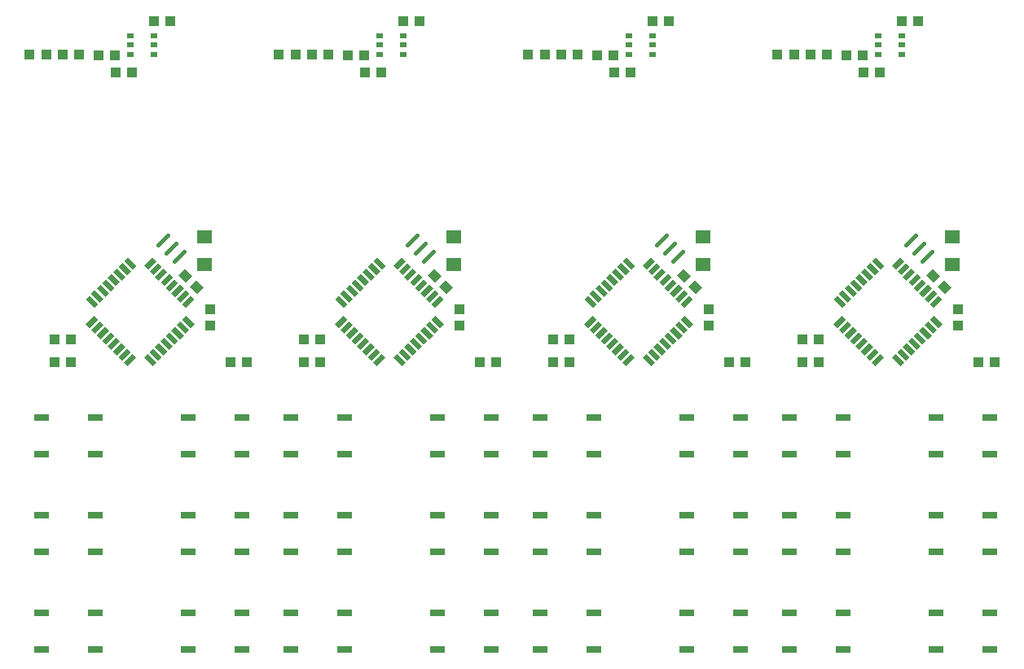
<source format=gtp>
G04 EAGLE Gerber RS-274X export*
G75*
%MOMM*%
%FSLAX34Y34*%
%LPD*%
%INSolderpaste Top*%
%IPPOS*%
%AMOC8*
5,1,8,0,0,1.08239X$1,22.5*%
G01*
%ADD10R,1.100000X1.000000*%
%ADD11C,0.450000*%
%ADD12R,1.270000X0.558800*%
%ADD13R,0.558800X1.270000*%
%ADD14R,1.600000X1.400000*%
%ADD15R,1.524000X0.762000*%
%ADD16R,1.000000X1.100000*%
%ADD17R,0.800000X0.550000*%


D10*
X98619Y637286D03*
X81619Y637286D03*
X35950Y317500D03*
X52950Y317500D03*
G36*
X183457Y403478D02*
X191234Y395701D01*
X184163Y388630D01*
X176386Y396407D01*
X183457Y403478D01*
G37*
G36*
X171437Y415498D02*
X179214Y407721D01*
X172143Y400650D01*
X164366Y408427D01*
X171437Y415498D01*
G37*
X27194Y637515D03*
X10194Y637515D03*
D11*
X153859Y449850D02*
X143571Y439562D01*
X152056Y431077D02*
X162344Y441365D01*
X170830Y432880D02*
X160542Y422592D01*
D10*
X52950Y341630D03*
X35950Y341630D03*
D12*
G36*
X168673Y378354D02*
X177652Y387333D01*
X181603Y383382D01*
X172624Y374403D01*
X168673Y378354D01*
G37*
G36*
X163016Y384011D02*
X171995Y392990D01*
X175946Y389039D01*
X166967Y380060D01*
X163016Y384011D01*
G37*
G36*
X157360Y389668D02*
X166339Y398647D01*
X170290Y394696D01*
X161311Y385717D01*
X157360Y389668D01*
G37*
G36*
X151703Y395325D02*
X160682Y404304D01*
X164633Y400353D01*
X155654Y391374D01*
X151703Y395325D01*
G37*
G36*
X146046Y400982D02*
X155025Y409961D01*
X158976Y406010D01*
X149997Y397031D01*
X146046Y400982D01*
G37*
G36*
X140389Y406638D02*
X149368Y415617D01*
X153319Y411666D01*
X144340Y402687D01*
X140389Y406638D01*
G37*
G36*
X134732Y412295D02*
X143711Y421274D01*
X147662Y417323D01*
X138683Y408344D01*
X134732Y412295D01*
G37*
G36*
X129075Y417952D02*
X138054Y426931D01*
X142005Y422980D01*
X133026Y414001D01*
X129075Y417952D01*
G37*
D13*
G36*
X107967Y422980D02*
X111918Y426931D01*
X120897Y417952D01*
X116946Y414001D01*
X107967Y422980D01*
G37*
G36*
X102310Y417323D02*
X106261Y421274D01*
X115240Y412295D01*
X111289Y408344D01*
X102310Y417323D01*
G37*
G36*
X96653Y411666D02*
X100604Y415617D01*
X109583Y406638D01*
X105632Y402687D01*
X96653Y411666D01*
G37*
G36*
X90996Y406010D02*
X94947Y409961D01*
X103926Y400982D01*
X99975Y397031D01*
X90996Y406010D01*
G37*
G36*
X85339Y400353D02*
X89290Y404304D01*
X98269Y395325D01*
X94318Y391374D01*
X85339Y400353D01*
G37*
G36*
X79683Y394696D02*
X83634Y398647D01*
X92613Y389668D01*
X88662Y385717D01*
X79683Y394696D01*
G37*
G36*
X74026Y389039D02*
X77977Y392990D01*
X86956Y384011D01*
X83005Y380060D01*
X74026Y389039D01*
G37*
G36*
X68369Y383382D02*
X72320Y387333D01*
X81299Y378354D01*
X77348Y374403D01*
X68369Y383382D01*
G37*
D12*
G36*
X68369Y357246D02*
X77348Y366225D01*
X81299Y362274D01*
X72320Y353295D01*
X68369Y357246D01*
G37*
G36*
X74026Y351589D02*
X83005Y360568D01*
X86956Y356617D01*
X77977Y347638D01*
X74026Y351589D01*
G37*
G36*
X79683Y345932D02*
X88662Y354911D01*
X92613Y350960D01*
X83634Y341981D01*
X79683Y345932D01*
G37*
G36*
X85339Y340275D02*
X94318Y349254D01*
X98269Y345303D01*
X89290Y336324D01*
X85339Y340275D01*
G37*
G36*
X90996Y334618D02*
X99975Y343597D01*
X103926Y339646D01*
X94947Y330667D01*
X90996Y334618D01*
G37*
G36*
X96653Y328961D02*
X105632Y337940D01*
X109583Y333989D01*
X100604Y325010D01*
X96653Y328961D01*
G37*
G36*
X102310Y323305D02*
X111289Y332284D01*
X115240Y328333D01*
X106261Y319354D01*
X102310Y323305D01*
G37*
G36*
X107967Y317648D02*
X116946Y326627D01*
X120897Y322676D01*
X111918Y313697D01*
X107967Y317648D01*
G37*
D13*
G36*
X129075Y322676D02*
X133026Y326627D01*
X142005Y317648D01*
X138054Y313697D01*
X129075Y322676D01*
G37*
G36*
X134732Y328333D02*
X138683Y332284D01*
X147662Y323305D01*
X143711Y319354D01*
X134732Y328333D01*
G37*
G36*
X140389Y333989D02*
X144340Y337940D01*
X153319Y328961D01*
X149368Y325010D01*
X140389Y333989D01*
G37*
G36*
X146046Y339646D02*
X149997Y343597D01*
X158976Y334618D01*
X155025Y330667D01*
X146046Y339646D01*
G37*
G36*
X151703Y345303D02*
X155654Y349254D01*
X164633Y340275D01*
X160682Y336324D01*
X151703Y345303D01*
G37*
G36*
X157360Y350960D02*
X161311Y354911D01*
X170290Y345932D01*
X166339Y341981D01*
X157360Y350960D01*
G37*
G36*
X163016Y356617D02*
X166967Y360568D01*
X175946Y351589D01*
X171995Y347638D01*
X163016Y356617D01*
G37*
G36*
X168673Y362274D02*
X172624Y366225D01*
X181603Y357246D01*
X177652Y353295D01*
X168673Y362274D01*
G37*
D14*
X191516Y447832D03*
X191516Y419832D03*
D15*
X78740Y222250D03*
X22860Y222250D03*
X78740Y260350D03*
X22860Y260350D03*
X78740Y120650D03*
X22860Y120650D03*
X78740Y158750D03*
X22860Y158750D03*
X78740Y19050D03*
X22860Y19050D03*
X78740Y57150D03*
X22860Y57150D03*
X175260Y260350D03*
X231140Y260350D03*
X175260Y222250D03*
X231140Y222250D03*
X175260Y158750D03*
X231140Y158750D03*
X175260Y120650D03*
X231140Y120650D03*
X175260Y57150D03*
X231140Y57150D03*
X175260Y19050D03*
X231140Y19050D03*
D10*
X218830Y317500D03*
X235830Y317500D03*
D16*
X198120Y355990D03*
X198120Y372990D03*
D17*
X115000Y657200D03*
X115000Y647700D03*
X115000Y638200D03*
X139000Y638200D03*
X139000Y657200D03*
X139000Y647700D03*
D10*
X156328Y672846D03*
X139328Y672846D03*
X116653Y618998D03*
X99653Y618998D03*
X61586Y637540D03*
X44586Y637540D03*
X357699Y637286D03*
X340699Y637286D03*
X295030Y317500D03*
X312030Y317500D03*
G36*
X442537Y403478D02*
X450314Y395701D01*
X443243Y388630D01*
X435466Y396407D01*
X442537Y403478D01*
G37*
G36*
X430517Y415498D02*
X438294Y407721D01*
X431223Y400650D01*
X423446Y408427D01*
X430517Y415498D01*
G37*
X286274Y637515D03*
X269274Y637515D03*
D11*
X412939Y449850D02*
X402651Y439562D01*
X411136Y431077D02*
X421424Y441365D01*
X429910Y432880D02*
X419622Y422592D01*
D10*
X312030Y341630D03*
X295030Y341630D03*
D12*
G36*
X427753Y378354D02*
X436732Y387333D01*
X440683Y383382D01*
X431704Y374403D01*
X427753Y378354D01*
G37*
G36*
X422096Y384011D02*
X431075Y392990D01*
X435026Y389039D01*
X426047Y380060D01*
X422096Y384011D01*
G37*
G36*
X416440Y389668D02*
X425419Y398647D01*
X429370Y394696D01*
X420391Y385717D01*
X416440Y389668D01*
G37*
G36*
X410783Y395325D02*
X419762Y404304D01*
X423713Y400353D01*
X414734Y391374D01*
X410783Y395325D01*
G37*
G36*
X405126Y400982D02*
X414105Y409961D01*
X418056Y406010D01*
X409077Y397031D01*
X405126Y400982D01*
G37*
G36*
X399469Y406638D02*
X408448Y415617D01*
X412399Y411666D01*
X403420Y402687D01*
X399469Y406638D01*
G37*
G36*
X393812Y412295D02*
X402791Y421274D01*
X406742Y417323D01*
X397763Y408344D01*
X393812Y412295D01*
G37*
G36*
X388155Y417952D02*
X397134Y426931D01*
X401085Y422980D01*
X392106Y414001D01*
X388155Y417952D01*
G37*
D13*
G36*
X367047Y422980D02*
X370998Y426931D01*
X379977Y417952D01*
X376026Y414001D01*
X367047Y422980D01*
G37*
G36*
X361390Y417323D02*
X365341Y421274D01*
X374320Y412295D01*
X370369Y408344D01*
X361390Y417323D01*
G37*
G36*
X355733Y411666D02*
X359684Y415617D01*
X368663Y406638D01*
X364712Y402687D01*
X355733Y411666D01*
G37*
G36*
X350076Y406010D02*
X354027Y409961D01*
X363006Y400982D01*
X359055Y397031D01*
X350076Y406010D01*
G37*
G36*
X344419Y400353D02*
X348370Y404304D01*
X357349Y395325D01*
X353398Y391374D01*
X344419Y400353D01*
G37*
G36*
X338763Y394696D02*
X342714Y398647D01*
X351693Y389668D01*
X347742Y385717D01*
X338763Y394696D01*
G37*
G36*
X333106Y389039D02*
X337057Y392990D01*
X346036Y384011D01*
X342085Y380060D01*
X333106Y389039D01*
G37*
G36*
X327449Y383382D02*
X331400Y387333D01*
X340379Y378354D01*
X336428Y374403D01*
X327449Y383382D01*
G37*
D12*
G36*
X327449Y357246D02*
X336428Y366225D01*
X340379Y362274D01*
X331400Y353295D01*
X327449Y357246D01*
G37*
G36*
X333106Y351589D02*
X342085Y360568D01*
X346036Y356617D01*
X337057Y347638D01*
X333106Y351589D01*
G37*
G36*
X338763Y345932D02*
X347742Y354911D01*
X351693Y350960D01*
X342714Y341981D01*
X338763Y345932D01*
G37*
G36*
X344419Y340275D02*
X353398Y349254D01*
X357349Y345303D01*
X348370Y336324D01*
X344419Y340275D01*
G37*
G36*
X350076Y334618D02*
X359055Y343597D01*
X363006Y339646D01*
X354027Y330667D01*
X350076Y334618D01*
G37*
G36*
X355733Y328961D02*
X364712Y337940D01*
X368663Y333989D01*
X359684Y325010D01*
X355733Y328961D01*
G37*
G36*
X361390Y323305D02*
X370369Y332284D01*
X374320Y328333D01*
X365341Y319354D01*
X361390Y323305D01*
G37*
G36*
X367047Y317648D02*
X376026Y326627D01*
X379977Y322676D01*
X370998Y313697D01*
X367047Y317648D01*
G37*
D13*
G36*
X388155Y322676D02*
X392106Y326627D01*
X401085Y317648D01*
X397134Y313697D01*
X388155Y322676D01*
G37*
G36*
X393812Y328333D02*
X397763Y332284D01*
X406742Y323305D01*
X402791Y319354D01*
X393812Y328333D01*
G37*
G36*
X399469Y333989D02*
X403420Y337940D01*
X412399Y328961D01*
X408448Y325010D01*
X399469Y333989D01*
G37*
G36*
X405126Y339646D02*
X409077Y343597D01*
X418056Y334618D01*
X414105Y330667D01*
X405126Y339646D01*
G37*
G36*
X410783Y345303D02*
X414734Y349254D01*
X423713Y340275D01*
X419762Y336324D01*
X410783Y345303D01*
G37*
G36*
X416440Y350960D02*
X420391Y354911D01*
X429370Y345932D01*
X425419Y341981D01*
X416440Y350960D01*
G37*
G36*
X422096Y356617D02*
X426047Y360568D01*
X435026Y351589D01*
X431075Y347638D01*
X422096Y356617D01*
G37*
G36*
X427753Y362274D02*
X431704Y366225D01*
X440683Y357246D01*
X436732Y353295D01*
X427753Y362274D01*
G37*
D14*
X450596Y447832D03*
X450596Y419832D03*
D15*
X337820Y222250D03*
X281940Y222250D03*
X337820Y260350D03*
X281940Y260350D03*
X337820Y120650D03*
X281940Y120650D03*
X337820Y158750D03*
X281940Y158750D03*
X337820Y19050D03*
X281940Y19050D03*
X337820Y57150D03*
X281940Y57150D03*
X434340Y260350D03*
X490220Y260350D03*
X434340Y222250D03*
X490220Y222250D03*
X434340Y158750D03*
X490220Y158750D03*
X434340Y120650D03*
X490220Y120650D03*
X434340Y57150D03*
X490220Y57150D03*
X434340Y19050D03*
X490220Y19050D03*
D10*
X477910Y317500D03*
X494910Y317500D03*
D16*
X457200Y355990D03*
X457200Y372990D03*
D17*
X374080Y657200D03*
X374080Y647700D03*
X374080Y638200D03*
X398080Y638200D03*
X398080Y657200D03*
X398080Y647700D03*
D10*
X415408Y672846D03*
X398408Y672846D03*
X375733Y618998D03*
X358733Y618998D03*
X320666Y637540D03*
X303666Y637540D03*
X616779Y637286D03*
X599779Y637286D03*
X554110Y317500D03*
X571110Y317500D03*
G36*
X701617Y403478D02*
X709394Y395701D01*
X702323Y388630D01*
X694546Y396407D01*
X701617Y403478D01*
G37*
G36*
X689597Y415498D02*
X697374Y407721D01*
X690303Y400650D01*
X682526Y408427D01*
X689597Y415498D01*
G37*
X545354Y637515D03*
X528354Y637515D03*
D11*
X672019Y449850D02*
X661731Y439562D01*
X670216Y431077D02*
X680504Y441365D01*
X688990Y432880D02*
X678702Y422592D01*
D10*
X571110Y341630D03*
X554110Y341630D03*
D12*
G36*
X686833Y378354D02*
X695812Y387333D01*
X699763Y383382D01*
X690784Y374403D01*
X686833Y378354D01*
G37*
G36*
X681176Y384011D02*
X690155Y392990D01*
X694106Y389039D01*
X685127Y380060D01*
X681176Y384011D01*
G37*
G36*
X675520Y389668D02*
X684499Y398647D01*
X688450Y394696D01*
X679471Y385717D01*
X675520Y389668D01*
G37*
G36*
X669863Y395325D02*
X678842Y404304D01*
X682793Y400353D01*
X673814Y391374D01*
X669863Y395325D01*
G37*
G36*
X664206Y400982D02*
X673185Y409961D01*
X677136Y406010D01*
X668157Y397031D01*
X664206Y400982D01*
G37*
G36*
X658549Y406638D02*
X667528Y415617D01*
X671479Y411666D01*
X662500Y402687D01*
X658549Y406638D01*
G37*
G36*
X652892Y412295D02*
X661871Y421274D01*
X665822Y417323D01*
X656843Y408344D01*
X652892Y412295D01*
G37*
G36*
X647235Y417952D02*
X656214Y426931D01*
X660165Y422980D01*
X651186Y414001D01*
X647235Y417952D01*
G37*
D13*
G36*
X626127Y422980D02*
X630078Y426931D01*
X639057Y417952D01*
X635106Y414001D01*
X626127Y422980D01*
G37*
G36*
X620470Y417323D02*
X624421Y421274D01*
X633400Y412295D01*
X629449Y408344D01*
X620470Y417323D01*
G37*
G36*
X614813Y411666D02*
X618764Y415617D01*
X627743Y406638D01*
X623792Y402687D01*
X614813Y411666D01*
G37*
G36*
X609156Y406010D02*
X613107Y409961D01*
X622086Y400982D01*
X618135Y397031D01*
X609156Y406010D01*
G37*
G36*
X603499Y400353D02*
X607450Y404304D01*
X616429Y395325D01*
X612478Y391374D01*
X603499Y400353D01*
G37*
G36*
X597843Y394696D02*
X601794Y398647D01*
X610773Y389668D01*
X606822Y385717D01*
X597843Y394696D01*
G37*
G36*
X592186Y389039D02*
X596137Y392990D01*
X605116Y384011D01*
X601165Y380060D01*
X592186Y389039D01*
G37*
G36*
X586529Y383382D02*
X590480Y387333D01*
X599459Y378354D01*
X595508Y374403D01*
X586529Y383382D01*
G37*
D12*
G36*
X586529Y357246D02*
X595508Y366225D01*
X599459Y362274D01*
X590480Y353295D01*
X586529Y357246D01*
G37*
G36*
X592186Y351589D02*
X601165Y360568D01*
X605116Y356617D01*
X596137Y347638D01*
X592186Y351589D01*
G37*
G36*
X597843Y345932D02*
X606822Y354911D01*
X610773Y350960D01*
X601794Y341981D01*
X597843Y345932D01*
G37*
G36*
X603499Y340275D02*
X612478Y349254D01*
X616429Y345303D01*
X607450Y336324D01*
X603499Y340275D01*
G37*
G36*
X609156Y334618D02*
X618135Y343597D01*
X622086Y339646D01*
X613107Y330667D01*
X609156Y334618D01*
G37*
G36*
X614813Y328961D02*
X623792Y337940D01*
X627743Y333989D01*
X618764Y325010D01*
X614813Y328961D01*
G37*
G36*
X620470Y323305D02*
X629449Y332284D01*
X633400Y328333D01*
X624421Y319354D01*
X620470Y323305D01*
G37*
G36*
X626127Y317648D02*
X635106Y326627D01*
X639057Y322676D01*
X630078Y313697D01*
X626127Y317648D01*
G37*
D13*
G36*
X647235Y322676D02*
X651186Y326627D01*
X660165Y317648D01*
X656214Y313697D01*
X647235Y322676D01*
G37*
G36*
X652892Y328333D02*
X656843Y332284D01*
X665822Y323305D01*
X661871Y319354D01*
X652892Y328333D01*
G37*
G36*
X658549Y333989D02*
X662500Y337940D01*
X671479Y328961D01*
X667528Y325010D01*
X658549Y333989D01*
G37*
G36*
X664206Y339646D02*
X668157Y343597D01*
X677136Y334618D01*
X673185Y330667D01*
X664206Y339646D01*
G37*
G36*
X669863Y345303D02*
X673814Y349254D01*
X682793Y340275D01*
X678842Y336324D01*
X669863Y345303D01*
G37*
G36*
X675520Y350960D02*
X679471Y354911D01*
X688450Y345932D01*
X684499Y341981D01*
X675520Y350960D01*
G37*
G36*
X681176Y356617D02*
X685127Y360568D01*
X694106Y351589D01*
X690155Y347638D01*
X681176Y356617D01*
G37*
G36*
X686833Y362274D02*
X690784Y366225D01*
X699763Y357246D01*
X695812Y353295D01*
X686833Y362274D01*
G37*
D14*
X709676Y447832D03*
X709676Y419832D03*
D15*
X596900Y222250D03*
X541020Y222250D03*
X596900Y260350D03*
X541020Y260350D03*
X596900Y120650D03*
X541020Y120650D03*
X596900Y158750D03*
X541020Y158750D03*
X596900Y19050D03*
X541020Y19050D03*
X596900Y57150D03*
X541020Y57150D03*
X693420Y260350D03*
X749300Y260350D03*
X693420Y222250D03*
X749300Y222250D03*
X693420Y158750D03*
X749300Y158750D03*
X693420Y120650D03*
X749300Y120650D03*
X693420Y57150D03*
X749300Y57150D03*
X693420Y19050D03*
X749300Y19050D03*
D10*
X736990Y317500D03*
X753990Y317500D03*
D16*
X716280Y355990D03*
X716280Y372990D03*
D17*
X633160Y657200D03*
X633160Y647700D03*
X633160Y638200D03*
X657160Y638200D03*
X657160Y657200D03*
X657160Y647700D03*
D10*
X674488Y672846D03*
X657488Y672846D03*
X634813Y618998D03*
X617813Y618998D03*
X579746Y637540D03*
X562746Y637540D03*
X875859Y637286D03*
X858859Y637286D03*
X813190Y317500D03*
X830190Y317500D03*
G36*
X960697Y403478D02*
X968474Y395701D01*
X961403Y388630D01*
X953626Y396407D01*
X960697Y403478D01*
G37*
G36*
X948677Y415498D02*
X956454Y407721D01*
X949383Y400650D01*
X941606Y408427D01*
X948677Y415498D01*
G37*
X804434Y637515D03*
X787434Y637515D03*
D11*
X931099Y449850D02*
X920811Y439562D01*
X929296Y431077D02*
X939584Y441365D01*
X948070Y432880D02*
X937782Y422592D01*
D10*
X830190Y341630D03*
X813190Y341630D03*
D12*
G36*
X945913Y378354D02*
X954892Y387333D01*
X958843Y383382D01*
X949864Y374403D01*
X945913Y378354D01*
G37*
G36*
X940256Y384011D02*
X949235Y392990D01*
X953186Y389039D01*
X944207Y380060D01*
X940256Y384011D01*
G37*
G36*
X934600Y389668D02*
X943579Y398647D01*
X947530Y394696D01*
X938551Y385717D01*
X934600Y389668D01*
G37*
G36*
X928943Y395325D02*
X937922Y404304D01*
X941873Y400353D01*
X932894Y391374D01*
X928943Y395325D01*
G37*
G36*
X923286Y400982D02*
X932265Y409961D01*
X936216Y406010D01*
X927237Y397031D01*
X923286Y400982D01*
G37*
G36*
X917629Y406638D02*
X926608Y415617D01*
X930559Y411666D01*
X921580Y402687D01*
X917629Y406638D01*
G37*
G36*
X911972Y412295D02*
X920951Y421274D01*
X924902Y417323D01*
X915923Y408344D01*
X911972Y412295D01*
G37*
G36*
X906315Y417952D02*
X915294Y426931D01*
X919245Y422980D01*
X910266Y414001D01*
X906315Y417952D01*
G37*
D13*
G36*
X885207Y422980D02*
X889158Y426931D01*
X898137Y417952D01*
X894186Y414001D01*
X885207Y422980D01*
G37*
G36*
X879550Y417323D02*
X883501Y421274D01*
X892480Y412295D01*
X888529Y408344D01*
X879550Y417323D01*
G37*
G36*
X873893Y411666D02*
X877844Y415617D01*
X886823Y406638D01*
X882872Y402687D01*
X873893Y411666D01*
G37*
G36*
X868236Y406010D02*
X872187Y409961D01*
X881166Y400982D01*
X877215Y397031D01*
X868236Y406010D01*
G37*
G36*
X862579Y400353D02*
X866530Y404304D01*
X875509Y395325D01*
X871558Y391374D01*
X862579Y400353D01*
G37*
G36*
X856923Y394696D02*
X860874Y398647D01*
X869853Y389668D01*
X865902Y385717D01*
X856923Y394696D01*
G37*
G36*
X851266Y389039D02*
X855217Y392990D01*
X864196Y384011D01*
X860245Y380060D01*
X851266Y389039D01*
G37*
G36*
X845609Y383382D02*
X849560Y387333D01*
X858539Y378354D01*
X854588Y374403D01*
X845609Y383382D01*
G37*
D12*
G36*
X845609Y357246D02*
X854588Y366225D01*
X858539Y362274D01*
X849560Y353295D01*
X845609Y357246D01*
G37*
G36*
X851266Y351589D02*
X860245Y360568D01*
X864196Y356617D01*
X855217Y347638D01*
X851266Y351589D01*
G37*
G36*
X856923Y345932D02*
X865902Y354911D01*
X869853Y350960D01*
X860874Y341981D01*
X856923Y345932D01*
G37*
G36*
X862579Y340275D02*
X871558Y349254D01*
X875509Y345303D01*
X866530Y336324D01*
X862579Y340275D01*
G37*
G36*
X868236Y334618D02*
X877215Y343597D01*
X881166Y339646D01*
X872187Y330667D01*
X868236Y334618D01*
G37*
G36*
X873893Y328961D02*
X882872Y337940D01*
X886823Y333989D01*
X877844Y325010D01*
X873893Y328961D01*
G37*
G36*
X879550Y323305D02*
X888529Y332284D01*
X892480Y328333D01*
X883501Y319354D01*
X879550Y323305D01*
G37*
G36*
X885207Y317648D02*
X894186Y326627D01*
X898137Y322676D01*
X889158Y313697D01*
X885207Y317648D01*
G37*
D13*
G36*
X906315Y322676D02*
X910266Y326627D01*
X919245Y317648D01*
X915294Y313697D01*
X906315Y322676D01*
G37*
G36*
X911972Y328333D02*
X915923Y332284D01*
X924902Y323305D01*
X920951Y319354D01*
X911972Y328333D01*
G37*
G36*
X917629Y333989D02*
X921580Y337940D01*
X930559Y328961D01*
X926608Y325010D01*
X917629Y333989D01*
G37*
G36*
X923286Y339646D02*
X927237Y343597D01*
X936216Y334618D01*
X932265Y330667D01*
X923286Y339646D01*
G37*
G36*
X928943Y345303D02*
X932894Y349254D01*
X941873Y340275D01*
X937922Y336324D01*
X928943Y345303D01*
G37*
G36*
X934600Y350960D02*
X938551Y354911D01*
X947530Y345932D01*
X943579Y341981D01*
X934600Y350960D01*
G37*
G36*
X940256Y356617D02*
X944207Y360568D01*
X953186Y351589D01*
X949235Y347638D01*
X940256Y356617D01*
G37*
G36*
X945913Y362274D02*
X949864Y366225D01*
X958843Y357246D01*
X954892Y353295D01*
X945913Y362274D01*
G37*
D14*
X968756Y447832D03*
X968756Y419832D03*
D15*
X855980Y222250D03*
X800100Y222250D03*
X855980Y260350D03*
X800100Y260350D03*
X855980Y120650D03*
X800100Y120650D03*
X855980Y158750D03*
X800100Y158750D03*
X855980Y19050D03*
X800100Y19050D03*
X855980Y57150D03*
X800100Y57150D03*
X952500Y260350D03*
X1008380Y260350D03*
X952500Y222250D03*
X1008380Y222250D03*
X952500Y158750D03*
X1008380Y158750D03*
X952500Y120650D03*
X1008380Y120650D03*
X952500Y57150D03*
X1008380Y57150D03*
X952500Y19050D03*
X1008380Y19050D03*
D10*
X996070Y317500D03*
X1013070Y317500D03*
D16*
X975360Y355990D03*
X975360Y372990D03*
D17*
X892240Y657200D03*
X892240Y647700D03*
X892240Y638200D03*
X916240Y638200D03*
X916240Y657200D03*
X916240Y647700D03*
D10*
X933568Y672846D03*
X916568Y672846D03*
X893893Y618998D03*
X876893Y618998D03*
X838826Y637540D03*
X821826Y637540D03*
M02*

</source>
